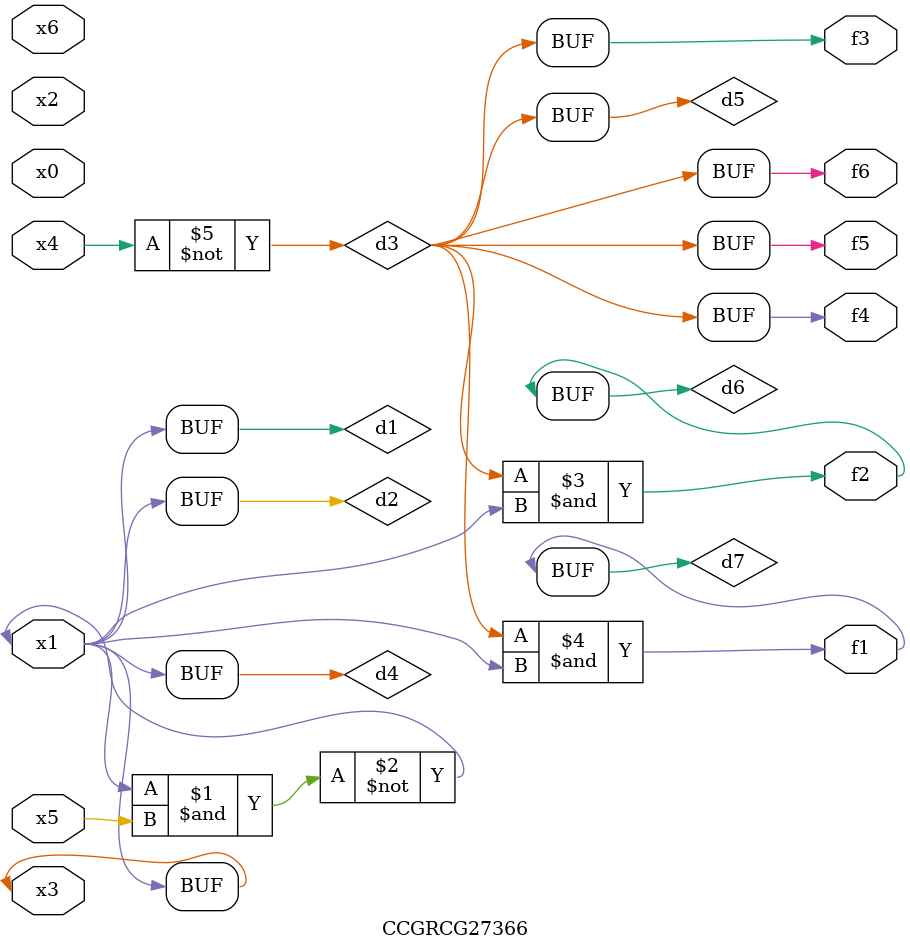
<source format=v>
module CCGRCG27366(
	input x0, x1, x2, x3, x4, x5, x6,
	output f1, f2, f3, f4, f5, f6
);

	wire d1, d2, d3, d4, d5, d6, d7;

	buf (d1, x1, x3);
	nand (d2, x1, x5);
	not (d3, x4);
	buf (d4, d1, d2);
	buf (d5, d3);
	and (d6, d3, d4);
	and (d7, d3, d4);
	assign f1 = d7;
	assign f2 = d6;
	assign f3 = d5;
	assign f4 = d5;
	assign f5 = d5;
	assign f6 = d5;
endmodule

</source>
